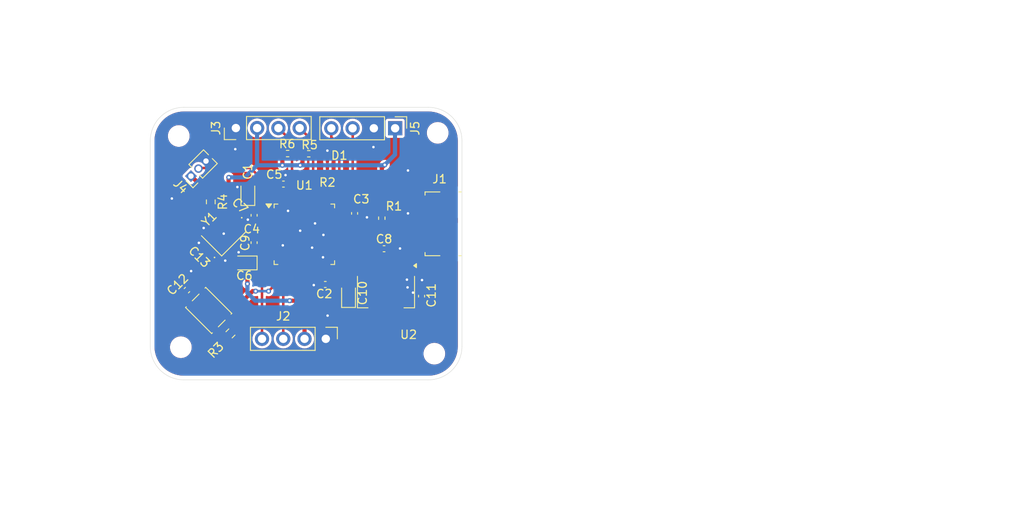
<source format=kicad_pcb>
(kicad_pcb (version 20241229) (generator "pcbnew") (generator_version "9.0")
  (layers (0 "F.Cu" signal) (4 "In1.Cu" power) (6 "In2.Cu" power) (2 "B.Cu" signal) (13 "F.Paste" user) (15 "B.Paste" user) (5 "F.SilkS" user "F.Silkscreen") (7 "B.SilkS" user "B.Silkscreen") (1 "F.Mask" user) (3 "B.Mask" user) (25 "Edge.Cuts" user))
  (net 0 "")
  (net 1 "+3.3V")
  (net 2 "GND")
  (net 3 "/OSC_IN")
  (net 4 "VBUS")
  (net 5 "/NRST")
  (net 6 "/OSC_OUT")
  (net 7 "Net-(D1-A)")
  (net 8 "/USB_MICRO-")
  (net 16 "/USB_MICRO+")
  (net 17 "/UART_TX")
  (net 18 "/UART_RX")
  (net 19 "/BOOT")
  (net 20 "Net-(U1-PB4)")
  (net 47 "/SWDIO")
  (net 48 "/SWCLK")
  (net 49 "/I2C_SCL")
  (net 50 "/I2C_SDA")
  (footprint "Resistor_SMD:R_0201_0603Metric" (layer "F.Cu") (at 70.375 67.53 -90)
    (property "Reference" "R2" (at 1.395 0 180) (layer "F.SilkS"))
    (property "Value" "220")
    (pad "1" smd roundrect (at -0.32 0 270) (size 0.46 0.4) (layers "F.Cu" "F.Mask") (net 7 "Net-(D1-A)"))
    (pad "2" smd roundrect (at 0.32 0 270) (size 0.46 0.4) (layers "F.Cu" "F.Mask") (net 20 "Net-(U1-PB4)"))
  )
  (footprint "Capacitor_SMD:C_0402_1005Metric" (layer "F.Cu") (at 53.6 81.8 -135)
    (property "Reference" "C12" (at 0.315495 1.255115 45) (layer "F.SilkS"))
    (property "Value" "100nF")
    (fp_line (start -0.107836 0.36) (end 0.107836 0.36) (stroke (width 0.12)) (layer "F.SilkS"))
    (fp_line (start -0.107836 -0.36) (end 0.107836 -0.36) (stroke (width 0.12)) (layer "F.SilkS"))
    (pad "1" smd roundrect (at -0.48 0 225) (size 0.56 0.62) (layers "F.Cu" "F.Mask" "F.Paste") (net 5 "/NRST"))
    (pad "2" smd roundrect (at 0.48 0 225) (size 0.56 0.62) (layers "F.Cu" "F.Mask" "F.Paste") (net 2 "GND"))
  )
  (footprint "MountingHole:MountingHole_2.1mm" (layer "F.Cu") (at 52.625 63.375)
    (property "Reference" "H3" (hide yes))
    (property "Value" "MountingHole")
    (pad "" np_thru_hole circle (at 0 0) (size 2.1 2.1) (drill 2.1) (layers "*.Cu" "*.Mask"))
  )
  (footprint "Diode_SMD:D_0402_1005Metric" (layer "F.Cu") (at 59.375 72.375 135)
    (property "Reference" "C7" (at 0.088388 0.866206 135) (layer "F.SilkS"))
    (property "Value" "10pF")
    (fp_circle (center -1.089999 0) (end -1.04 0) (stroke (width 0.1)) (fill no) (layer "F.SilkS"))
    (pad "1" smd roundrect (at -0.485 0 135) (size 0.59 0.64) (layers "F.Cu" "F.Mask" "F.Paste") (net 3 "/OSC_IN"))
    (pad "2" smd roundrect (at 0.485 0 135) (size 0.59 0.64) (layers "F.Cu" "F.Mask" "F.Paste") (net 2 "GND"))
  )
  (footprint "Button_Switch_SMD:SW_SPST_PTS810" (layer "F.Cu") (at 56.197614 84.232107 135)
    (property "Reference" "SW1" (hide yes))
    (property "Value" "SW_Push")
    (fp_line (start 2.199999 -1.7) (end -2.199999 -1.7) (stroke (width 0.12)) (layer "F.SilkS"))
    (fp_line (start 2.2 -1.58) (end 2.199999 -1.7) (stroke (width 0.12)) (layer "F.SilkS"))
    (fp_line (start 2.2 0.57) (end 2.2 -0.57) (stroke (width 0.12)) (layer "F.SilkS"))
    (fp_line (start 2.199999 1.7) (end 2.2 1.58) (stroke (width 0.12)) (layer "F.SilkS"))
    (fp_line (start -2.199999 -1.7) (end -2.2 -1.58) (stroke (width 0.12)) (layer "F.SilkS"))
    (fp_line (start -2.2 -0.57) (end -2.2 0.57) (stroke (width 0.12)) (layer "F.SilkS"))
    (fp_line (start -2.2 1.58) (end -2.199999 1.7) (stroke (width 0.12)) (layer "F.SilkS"))
    (fp_line (start -2.199999 1.7) (end 2.199999 1.7) (stroke (width 0.12)) (layer "F.SilkS"))
    (pad "1" smd rect (at -2.075 -1.075 135) (size 1.05 0.65) (layers "F.Cu" "F.Mask" "F.Paste") (net 2 "GND"))
    (pad "1" smd rect (at 2.075 -1.075 135) (size 1.05 0.65) (layers "F.Cu" "F.Mask" "F.Paste") (net 2 "GND"))
    (pad "2" smd rect (at -2.075 1.075 135) (size 1.05 0.65) (layers "F.Cu" "F.Mask" "F.Paste") (net 5 "/NRST"))
    (pad "2" smd rect (at 2.075 1.075 135) (size 1.05 0.65) (layers "F.Cu" "F.Mask" "F.Paste") (net 5 "/NRST"))
  )
  (footprint "Capacitor_SMD:C_0402_1005Metric" (layer "F.Cu") (at 61.625 72.855 -90)
    (property "Reference" "C4" (at 1.645 0.275 180) (layer "F.SilkS"))
    (property "Value" "100nF")
    (fp_line (start -0.107836 0.36) (end 0.107836 0.36) (stroke (width 0.12)) (layer "F.SilkS"))
    (fp_line (start -0.107836 -0.36) (end 0.107836 -0.36) (stroke (width 0.12)) (layer "F.SilkS"))
    (pad "1" smd roundrect (at -0.48 0 270) (size 0.56 0.62) (layers "F.Cu" "F.Mask" "F.Paste") (net 1 "+3.3V"))
    (pad "2" smd roundrect (at 0.48 0 270) (size 0.56 0.62) (layers "F.Cu" "F.Mask" "F.Paste") (net 2 "GND"))
  )
  (footprint "Capacitor_Tantalum_SMD:CP_EIA-1608-08_AVX-J" (layer "F.Cu") (at 60.875 70.16 90)
    (property "Reference" "C1" (at 2.535 0 90) (layer "F.SilkS"))
    (property "Value" "10uF")
    (fp_line (start 0.8 -0.825001) (end -1.52 -0.825) (stroke (width 0.12)) (layer "F.SilkS"))
    (fp_line (start -1.52 -0.825) (end -1.52 0.825) (stroke (width 0.12)) (layer "F.SilkS"))
    (fp_line (start -1.52 0.825) (end 0.8 0.825001) (stroke (width 0.12)) (layer "F.SilkS"))
    (pad "1" smd roundrect (at -0.715 0 90) (size 1.09 1.13) (layers "F.Cu" "F.Mask" "F.Paste") (roundrect_rratio 0.229358) (net 1 "+3.3V"))
    (pad "2" smd roundrect (at 0.715 0 90) (size 1.09 1.13) (layers "F.Cu" "F.Mask" "F.Paste") (roundrect_rratio 0.229358) (net 2 "GND"))
  )
  (footprint "Capacitor_SMD:C_0402_1005Metric" (layer "F.Cu") (at 70.125 81.125 180)
    (property "Reference" "C2" (at 0.125 -1.125 0) (layer "F.SilkS"))
    (property "Value" "100nF")
    (fp_line (start -0.107836 0.36) (end 0.107836 0.36) (stroke (width 0.12)) (layer "F.SilkS"))
    (fp_line (start -0.107836 -0.36) (end 0.107836 -0.36) (stroke (width 0.12)) (layer "F.SilkS"))
    (pad "1" smd roundrect (at -0.48 0 180) (size 0.56 0.62) (layers "F.Cu" "F.Mask" "F.Paste") (net 1 "+3.3V"))
    (pad "2" smd roundrect (at 0.48 0 180) (size 0.56 0.62) (layers "F.Cu" "F.Mask" "F.Paste") (net 2 "GND"))
  )
  (footprint "Resistor_SMD:R_0402_1005Metric" (layer "F.Cu") (at 68.15 65.5 180)
    (property "Reference" "R5" (at -0.1 1.05 0) (layer "F.SilkS"))
    (property "Value" "1k5")
    (fp_line (start -0.153641 0.38) (end 0.153641 0.38) (stroke (width 0.12)) (layer "F.SilkS"))
    (fp_line (start -0.153641 -0.38) (end 0.153641 -0.38) (stroke (width 0.12)) (layer "F.SilkS"))
    (pad "1" smd roundrect (at -0.509999 0 180) (size 0.54 0.64) (layers "F.Cu" "F.Mask" "F.Paste") (net 49 "/I2C_SCL"))
    (pad "2" smd roundrect (at 0.509999 0 180) (size 0.54 0.64) (layers "F.Cu" "F.Mask" "F.Paste") (net 1 "+3.3V"))
  )
  (footprint "Resistor_SMD:R_0603_1608Metric" (layer "F.Cu") (at 58.8 86.975 45)
    (property "Reference" "R3" (at -2.65165 0.176777 45) (layer "F.SilkS"))
    (property "Value" "10k")
    (fp_line (start -0.237258 -0.5225) (end 0.237258 -0.5225) (stroke (width 0.12)) (layer "F.SilkS"))
    (fp_line (start -0.237258 0.5225) (end 0.237258 0.5225) (stroke (width 0.12)) (layer "F.SilkS"))
    (pad "1" smd roundrect (at -0.825 0 45) (size 0.8 0.95) (layers "F.Cu" "F.Mask" "F.Paste") (net 1 "+3.3V"))
    (pad "2" smd roundrect (at 0.825 0 45) (size 0.8 0.95) (layers "F.Cu" "F.Mask" "F.Paste") (net 5 "/NRST"))
  )
  (footprint "Resistor_SMD:R_0603_1608Metric" (layer "F.Cu") (at 56.45 71.25 -90)
    (property "Reference" "R4" (at 0 -1.43 90) (layer "F.SilkS"))
    (property "Value" "10k")
    (fp_line (start -0.237258 0.5225) (end 0.237258 0.5225) (stroke (width 0.12)) (layer "F.SilkS"))
    (fp_line (start -0.237258 -0.5225) (end 0.237258 -0.5225) (stroke (width 0.12)) (layer "F.SilkS"))
    (pad "1" smd roundrect (at -0.825 0 270) (size 0.8 0.95) (layers "F.Cu" "F.Mask" "F.Paste") (net 1 "+3.3V"))
    (pad "2" smd roundrect (at 0.825 0 270) (size 0.8 0.95) (layers "F.Cu" "F.Mask" "F.Paste") (net 1 "+3.3V"))
  )
  (footprint "Connector_PinHeader_1.27mm:PinHeader_1x03_P1.27mm_Vertical" (layer "F.Cu") (at 54.078949 68.171051 135)
    (property "Reference" "J4" (at 0 -1.745 135) (layer "F.SilkS"))
    (property "Value" "Conn_01x03_Pin")
    (fp_line (start 1.159999 0.81) (end 1.16 3.285) (stroke (width 0.12)) (layer "F.SilkS"))
    (fp_line (start 0.666708 0.81) (end 1.159999 0.81) (stroke (width 0.12)) (layer "F.SilkS"))
    (fp_line (start -1.159999 -0.81) (end 0 -0.809999) (stroke (width 0.12)) (layer "F.SilkS"))
    (fp_line (start -1.16 0) (end -1.159999 -0.81) (stroke (width 0.12)) (layer "F.SilkS"))
    (fp_line (start -1.159999 0.81) (end -0.666708 0.81) (stroke (width 0.12)) (layer "F.SilkS"))
    (fp_line (start -1.159999 0.81) (end -1.16 3.285) (stroke (width 0.12)) (layer "F.SilkS"))
    (fp_line (start 0.317923 3.285) (end 1.16 3.285) (stroke (width 0.12)) (layer "F.SilkS"))
    (fp_line (start -1.16 3.285) (end -0.317923 3.285) (stroke (width 0.12)) (layer "F.SilkS"))
    (pad "1" thru_hole rect (at 0 0 135) (size 1 1) (drill 0.65) (layers "*.Cu" "*.Mask") (net 1 "+3.3V"))
    (pad "2" thru_hole circle (at 0 1.270001 135) (size 1 1) (drill 0.65) (layers "*.Cu" "*.Mask") (net 19 "/BOOT"))
    (pad "3" thru_hole circle (at 0 2.54 135) (size 1 1) (drill 0.65) (layers "*.Cu" "*.Mask") (net 2 "GND"))
  )
  (footprint "Capacitor_Tantalum_SMD:CP_EIA-1608-08_AVX-J" (layer "F.Cu") (at 60.46 78.55 180)
    (property "Reference" "C6" (at 0 -1.52 0) (layer "F.SilkS"))
    (property "Value" "4.7u")
    (fp_line (start 0.8 -0.825001) (end -1.52 -0.825) (stroke (width 0.12)) (layer "F.SilkS"))
    (fp_line (start -1.52 0.825) (end 0.8 0.825001) (stroke (width 0.12)) (layer "F.SilkS"))
    (fp_line (start -1.52 -0.825) (end -1.52 0.825) (stroke (width 0.12)) (layer "F.SilkS"))
    (pad "1" smd roundrect (at -0.715 0 180) (size 1.09 1.13) (layers "F.Cu" "F.Mask" "F.Paste") (roundrect_rratio 0.229358) (net 1 "+3.3V"))
    (pad "2" smd roundrect (at 0.715 0 180) (size 1.09 1.13) (layers "F.Cu" "F.Mask" "F.Paste") (roundrect_rratio 0.229358) (net 2 "GND"))
  )
  (footprint "Connector_PinHeader_2.54mm:PinHeader_1x04_P2.54mm_Vertical" (layer "F.Cu") (at 59.445001 62.425 90)
    (property "Reference" "J3" (at 0 -2.38 90) (layer "F.SilkS"))
    (property "Value" "I2C")
    (fp_line (start -1.38 -1.38) (end 0 -1.379999) (stroke (width 0.12)) (layer "F.SilkS"))
    (fp_line (start -1.379999 0) (end -1.38 -1.38) (stroke (width 0.12)) (layer "F.SilkS"))
    (fp_line (start 1.38 1.27) (end 1.379999 9) (stroke (width 0.12)) (layer "F.SilkS"))
    (fp_line (start -1.38 1.27) (end 1.38 1.27) (stroke (width 0.12)) (layer "F.SilkS"))
    (fp_line (start -1.38 1.27) (end -1.379999 9) (stroke (width 0.12)) (layer "F.SilkS"))
    (fp_line (start -1.379999 9) (end 1.379999 9) (stroke (width 0.12)) (layer "F.SilkS"))
    (pad "1" thru_hole rect (at 0 0 90) (size 1.7 1.7) (drill 1) (layers "*.Cu" "*.Mask") (net 2 "GND"))
    (pad "2" thru_hole circle (at 0 2.54 90) (size 1.7 1.7) (drill 1) (layers "*.Cu" "*.Mask") (net 1 "+3.3V"))
    (pad "3" thru_hole circle (at 0 5.079999 90) (size 1.7 1.7) (drill 1) (layers "*.Cu" "*.Mask") (net 50 "/I2C_SDA"))
    (pad "4" thru_hole circle (at 0 7.62 90) (size 1.7 1.7) (drill 1) (layers "*.Cu" "*.Mask") (net 49 "/I2C_SCL"))
  )
  (footprint "Capacitor_SMD:C_0402_1005Metric" (layer "F.Cu") (at 81.625 82.52 90)
    (property "Reference" "C11" (at 0.095 1.175 90) (layer "F.SilkS"))
    (property "Value" "100nF")
    (fp_line (start -0.107836 -0.36) (end 0.107836 -0.36) (stroke (width 0.12)) (layer "F.SilkS"))
    (fp_line (start -0.107836 0.36) (end 0.107836 0.36) (stroke (width 0.12)) (layer "F.SilkS"))
    (pad "1" smd roundrect (at -0.48 0 90) (size 0.56 0.62) (layers "F.Cu" "F.Mask" "F.Paste") (net 1 "+3.3V"))
    (pad "2" smd roundrect (at 0.48 0 90) (size 0.56 0.62) (layers "F.Cu" "F.Mask" "F.Paste") (net 2 "GND"))
  )
  (footprint "Capacitor_SMD:C_0402_1005Metric" (layer "F.Cu") (at 61.625 76.125 90)
    (property "Reference" "C9" (at -0.025 -1.075 90) (layer "F.SilkS"))
    (property "Value" "100nF")
    (fp_line (start -0.107836 -0.36) (end 0.107836 -0.36) (stroke (width 0.12)) (layer "F.SilkS"))
    (fp_line (start -0.107836 0.36) (end 0.107836 0.36) (stroke (width 0.12)) (layer "F.SilkS"))
    (pad "1" smd roundrect (at -0.48 0 90) (size 0.56 0.62) (layers "F.Cu" "F.Mask" "F.Paste") (net 1 "+3.3V"))
    (pad "2" smd roundrect (at 0.48 0 90) (size 0.56 0.62) (layers "F.Cu" "F.Mask" "F.Paste") (net 2 "GND"))
  )
  (footprint "Package_QFP:LQFP-48_7x7mm_P0.5mm" (layer "F.Cu") (at 67.625 75.125)
    (property "Reference" "U1" (at 0 -5.85 0) (layer "F.SilkS"))
    (property "Value" "STM32F103C8Tx")
    (fp_line (start -3.61 -3.61) (end -3.16 -3.61) (stroke (width 0.12)) (layer "F.SilkS"))
    (fp_line (start -3.61 -3.16) (end -3.61 -3.61) (stroke (width 0.12)) (layer "F.SilkS"))
    (fp_line (start -3.61 3.61) (end -3.61 3.16) (stroke (width 0.12)) (layer "F.SilkS"))
    (fp_line (start -3.16 3.61) (end -3.61 3.61) (stroke (width 0.12)) (layer "F.SilkS"))
    (fp_line (start 3.16 -3.61) (end 3.61 -3.61) (stroke (width 0.12)) (layer "F.SilkS"))
    (fp_line (start 3.61 -3.61) (end 3.61 -3.16) (stroke (width 0.12)) (layer "F.SilkS"))
    (fp_line (start 3.61 3.16) (end 3.61 3.61) (stroke (width 0.12)) (layer "F.SilkS"))
    (fp_line (start 3.61 3.61) (end 3.16 3.61) (stroke (width 0.12)) (layer "F.SilkS"))
    (fp_poly (pts (xy -4.25 -3.16) (xy -4.59 -3.63) (xy -3.91 -3.63)) (stroke (width 0.12)) (fill yes) (layer "F.SilkS"))
    (pad "1" smd roundrect (at -4.1625 -2.75) (size 1.475 0.3) (layers "F.Cu" "F.Mask" "F.Paste") (net 1 "+3.3V"))
    (pad "2" smd roundrect (at -4.1625 -2.25) (size 1.475 0.3) (layers "F.Cu" "F.Mask" "F.Paste"))
    (pad "3" smd roundrect (at -4.1625 -1.75) (size 1.475 0.3) (layers "F.Cu" "F.Mask" "F.Paste"))
    (pad "4" smd roundrect (at -4.1625 -1.25) (size 1.475 0.3) (layers "F.Cu" "F.Mask" "F.Paste"))
    (pad "5" smd roundrect (at -4.1625 -0.75) (size 1.475 0.3) (layers "F.Cu" "F.Mask" "F.Paste") (net 3 "/OSC_IN"))
    (pad "6" smd roundrect (at -4.1625 -0.25) (size 1.475 0.3) (layers "F.Cu" "F.Mask" "F.Paste") (net 6 "/OSC_OUT"))
    (pad "7" smd roundrect (at -4.1625 0.25) (size 1.475 0.3) (layers "F.Cu" "F.Mask" "F.Paste") (net 5 "/NRST"))
    (pad "8" smd roundrect (at -4.1625 0.75) (size 1.475 0.3) (layers "F.Cu" "F.Mask" "F.Paste") (net 2 "GND"))
    (pad "9" smd roundrect (at -4.1625 1.25) (size 1.475 0.3) (layers "F.Cu" "F.Mask" "F.Paste") (net 1 "+3.3V"))
    (pad "10" smd roundrect (at -4.1625 1.75) (size 1.475 0.3) (layers "F.Cu" "F.Mask" "F.Paste"))
    (pad "11" smd roundrect (at -4.1625 2.25) (size 1.475 0.3) (layers "F.Cu" "F.Mask" "F.Paste"))
    (pad "12" smd roundrect (at -4.1625 2.75) (size 1.475 0.3) (layers "F.Cu" "F.Mask" "F.Paste") (net 17 "/UART_TX"))
    (pad "13" smd roundrect (at -2.75 4.1625) (size 0.3 1.475) (layers "F.Cu" "F.Mask" "F.Paste") (net 18 "/UART_RX"))
    (pad "14" smd roundrect (at -2.25 4.1625) (size 0.3 1.475) (layers "F.Cu" "F.Mask" "F.Paste"))
    (pad "15" smd roundrect (at -1.75 4.1625) (size 0.3 1.475) (layers "F.Cu" "F.Mask" "F.Paste"))
    (pad "16" smd roundrect (at -1.25 4.1625) (size 0.3 1.475) (layers "F.Cu" "F.Mask" "F.Paste"))
    (pad "17" smd roundrect (at -0.75 4.1625) (size 0.3 1.475) (layers "F.Cu" "F.Mask" "F.Paste"))
    (pad "18" smd roundrect (at -0.25 4.1625) (size 0.3 1.475) (layers "F.Cu" "F.Mask" "F.Paste"))
    (pad "19" smd roundrect (at 0.25 4.1625) (size 0.3 1.475) (layers "F.Cu" "F.Mask" "F.Paste"))
    (pad "20" smd roundrect (at 0.75 4.1625) (size 0.3 1.475) (layers "F.Cu" "F.Mask" "F.Paste"))
    (pad "21" smd roundrect (at 1.25 4.1625) (size 0.3 1.475) (layers "F.Cu" "F.Mask" "F.Paste"))
    (pad "22" smd roundrect (at 1.75 4.1625) (size 0.3 1.475) (layers "F.Cu" "F.Mask" "F.Paste"))
    (pad "23" smd roundrect (at 2.25 4.1625) (size 0.3 1.475) (layers "F.Cu" "F.Mask" "F.Paste") (net 2 "GND"))
    (pad "24" smd roundrect (at 2.75 4.1625) (size 0.3 1.475) (layers "F.Cu" "F.Mask" "F.Paste") (net 1 "+3.3V"))
    (pad "25" smd roundrect (at 4.1625 2.75) (size 1.475 0.3) (layers "F.Cu" "F.Mask" "F.Paste"))
    (pad "26" smd roundrect (at 4.1625 2.25) (size 1.475 0.3) (layers "F.Cu" "F.Mask" "F.Paste"))
    (pad "27" smd roundrect (at 4.1625 1.75) (size 1.475 0.3) (layers "F.Cu" "F.Mask" "F.Paste"))
    (pad "28" smd roundrect (at 4.1625 1.25) (size 1.475 0.3) (layers "F.Cu" "F.Mask" "F.Paste"))
    (pad "29" smd roundrect (at 4.1625 0.75) (size 1.475 0.3) (layers "F.Cu" "F.Mask" "F.Paste"))
    (pad "30" smd roundrect (at 4.1625 0.25) (size 1.475 0.3) (layers "F.Cu" "F.Mask" "F.Paste"))
    (pad "31" smd roundrect (at 4.1625 -0.25) (size 1.475 0.3) (layers "F.Cu" "F.Mask" "F.Paste"))
    (pad "32" smd roundrect (at 4.1625 -0.75) (size 1.475 0.3) (layers "F.Cu" "F.Mask" "F.Paste") (net 8 "/USB_MICRO-"))
    (pad "33" smd roundrect (at 4.1625 -1.25) (size 1.475 0.3) (layers "F.Cu" "F.Mask" "F.Paste") (net 16 "/USB_MICRO+"))
    (pad "34" smd roundrect (at 4.1625 -1.75) (size 1.475 0.3) (layers "F.Cu" "F.Mask" "F.Paste") (net 47 "/SWDIO"))
    (pad "35" smd roundrect (at 4.1625 -2.25) (size 1.475 0.3) (layers "F.Cu" "F.Mask" "F.Paste") (net 2 "GND"))
    (pad "36" smd roundrect (at 4.1625 -2.75) (size 1.475 0.3) (layers "F.Cu" "F.Mask" "F.Paste") (net 1 "+3.3V"))
    (pad "37" smd roundrect (at 2.75 -4.1625) (size 0.3 1.475) (layers "F.Cu" "F.Mask" "F.Paste") (net 48 "/SWCLK"))
    (pad "38" smd roundrect (at 2.25 -4.1625) (size 0.3 1.475) (layers "F.Cu" "F.Mask" "F.Paste"))
    (pad "39" smd roundrect (at 1.75 -4.1625) (size 0.3 1.475) (layers "F.Cu" "F.Mask" "F.Paste"))
    (pad "40" smd roundrect (at 1.25 -4.1625) (size 0.3 1.475) (layers "F.Cu" "F.Mask" "F.Paste") (net 20 "Net-(U1-PB4)"))
    (pad "41" smd roundrect (at 0.75 -4.1625) (size 0.3 1.475) (layers "F.Cu" "F.Mask" "F.Paste"))
    (pad "42" smd roundrect (at 0.25 -4.1625) (size 0.3 1.475) (layers "F.Cu" "F.Mask" "F.Paste") (net 49 "/I2C_SCL"))
    (pad "43" smd roundrect (at -0.25 -4.1625) (size 0.3 1.475) (layers "F.Cu" "F.Mask" "F.Paste") (net 50 "/I2C_SDA"))
    (pad "44" smd roundrect (at -0.75 -4.1625) (size 0.3 1.475) (layers "F.Cu" "F.Mask" "F.Paste") (net 19 "/BOOT"))
    (pad "45" smd roundrect (at -1.25 -4.1625) (size 0.3 1.475) (layers "F.Cu" "F.Mask" "F.Paste"))
    (pad "46" smd roundrect (at -1.75 -4.1625) (size 0.3 1.475) (layers "F.Cu" "F.Mask" "F.Paste"))
    (pad "47" smd roundrect (at -2.25 -4.1625) (size 0.3 1.475) (layers "F.Cu" "F.Mask" "F.Paste") (net 2 "GND"))
    (pad "48" smd roundrect (at -2.75 -4.1625) (size 0.3 1.475) (layers "F.Cu" "F.Mask" "F.Paste") (net 1 "+3.3V"))
  )
  (footprint "Connector_PinHeader_2.54mm:PinHeader_1x04_P2.54mm_Vertical" (layer "F.Cu") (at 70.185 87.625 -90)
    (property "Reference" "J2" (at -2.7 5.085 180) (layer "F.SilkS"))
    (property "Value" "UART")
    (fp_line (start -1.379999 9) (end 1.379999 9) (stroke (width 0.12)) (layer "F.SilkS"))
    (fp_line (start -1.38 1.27) (end -1.379999 9) (stroke (width 0.12)) (layer "F.SilkS"))
    (fp_line (start -1.38 1.27) (end 1.38 1.27) (stroke (width 0.12)) (layer "F.SilkS"))
    (fp_line (start 1.38 1.27) (end 1.379999 9) (stroke (width 0.12)) (layer "F.SilkS"))
    (fp_line (start -1.379999 0) (end -1.38 -1.38) (stroke (width 0.12)) (layer "F.SilkS"))
    (fp_line (start -1.38 -1.38) (end 0 -1.379999) (stroke (width 0.12)) (layer "F.SilkS"))
    (pad "1" thru_hole rect (at 0 0 270) (size 1.7 1.7) (drill 1) (layers "*.Cu" "*.Mask") (net 2 "GND"))
    (pad "2" thru_hole circle (at 0 2.54 270) (size 1.7 1.7) (drill 1) (layers "*.Cu" "*.Mask") (net 1 "+3.3V"))
    (pad "3" thru_hole circle (at 0 5.079999 270) (size 1.7 1.7) (drill 1) (layers "*.Cu" "*.Mask") (net 18 "/UART_RX"))
    (pad "4" thru_hole circle (at 0 7.62 270) (size 1.7 1.7) (drill 1) (layers "*.Cu" "*.Mask") (net 17 "/UART_TX"))
  )
  (footprint "Capacitor_SMD:C_0402_1005Metric" (layer "F.Cu") (at 73.625 72.625 -90)
    (property "Reference" "C3" (at -1.7 -0.8 180) (layer "F.SilkS"))
    (property "Value" "100nF")
    (fp_line (start -0.107836 0.36) (end 0.107836 0.36) (stroke (width 0.12)) (layer "F.SilkS"))
    (fp_line (start -0.107836 -0.36) (end 0.107836 -0.36) (stroke (width 0.12)) (layer "F.SilkS"))
    (pad "1" smd roundrect (at -0.48 0 270) (size 0.56 0.62) (layers "F.Cu" "F.Mask" "F.Paste") (net 1 "+3.3V"))
    (pad "2" smd roundrect (at 0.48 0 270) (size 0.56 0.62) (layers "F.Cu" "F.Mask" "F.Paste") (net 2 "GND"))
  )
  (footprint "MountingHole:MountingHole_2.1mm" (layer "F.Cu") (at 83.15 89.4)
    (property "Reference" "H2" (hide yes))
    (property "Value" "MountingHole")
    (pad "" np_thru_hole circle (at 0 0) (size 2.1 2.1) (drill 2.1) (layers "*.Cu" "*.Mask"))
  )
  (footprint "Diode_SMD:D_0402_1005Metric" (layer "F.Cu") (at 56.125 77.125 135)
    (property "Reference" "C13" (at 0.247487 -1.237437 135) (layer "F.SilkS"))
    (property "Value" "10pF")
    (fp_circle (center -1.089999 0) (end -1.04 0) (stroke (width 0.1)) (fill no) (layer "F.SilkS"))
    (pad "1" smd roundrect (at -0.485 0 135) (size 0.59 0.64) (layers "F.Cu" "F.Mask" "F.Paste") (net 6 "/OSC_OUT"))
    (pad "2" smd roundrect (at 0.485 0 135) (size 0.59 0.64) (layers "F.Cu" "F.Mask" "F.Paste") (net 2 "GND"))
  )
  (footprint "Crystal:Crystal_SMD_3225-4Pin_3.2x2.5mm" (layer "F.Cu") (at 57.996142 75.051777 45)
    (property "Reference" "Y1" (at 0 -2.450001 45) (layer "F.SilkS"))
    (property "Value" "Crystal_GND2")
    (fp_line (start -2.06 -1.710001) (end -2.06 1.710001) (stroke (width 0.12)) (layer "F.SilkS"))
    (fp_line (start -2.06 1.710001) (end 2.06 1.710001) (stroke (width 0.12)) (layer "F.SilkS"))
    (pad "1" smd roundrect (at -1.1 0.85 45) (size 1.4 1.2) (layers "F.Cu" "F.Mask" "F.Paste") (roundrect_rratio 0.208333) (net 6 "/OSC_OUT"))
    (pad "2" smd roundrect (at 1.1 0.85 45) (size 1.4 1.2) (layers "F.Cu" "F.Mask" "F.Paste") (roundrect_rratio 0.208333) (net 2 "GND"))
    (pad "3" smd roundrect (at 1.1 -0.85 45) (size 1.4 1.2) (layers "F.Cu" "F.Mask" "F.Paste") (roundrect_rratio 0.208333) (net 3 "/OSC_IN"))
    (pad "4" smd roundrect (at -1.1 -0.85 45) (size 1.4 1.2) (layers "F.Cu" "F.Mask" "F.Paste") (roundrect_rratio 0.208333) (net 2 "GND"))
  )
  (footprint "MountingHole:MountingHole_2.1mm" (layer "F.Cu") (at 83.55 63)
    (property "Reference" "H1" (hide yes))
    (property "Value" "MountingHole")
    (pad "" np_thru_hole circle (at 0 0) (size 2.1 2.1) (drill 2.1) (layers "*.Cu" "*.Mask"))
  )
  (footprint "Package_TO_SOT_SMD:SOT-223-3_TabPin2" (layer "F.Cu") (at 77.375 82.004999 -90)
    (property "Reference" "U2" (at 5.120001 -2.7 180) (layer "F.SilkS"))
    (property "Value" "LT1117-3.3")
    (fp_line (start -1.85 3.410001) (end 1.91 3.41) (stroke (width 0.12)) (layer "F.SilkS"))
    (fp_line (start 1.91 3.41) (end 1.91 2.150001) (stroke (width 0.12)) (layer "F.SilkS"))
    (fp_line (start 1.91 -3.41) (end 1.91 -2.150001) (stroke (width 0.12)) (layer "F.SilkS"))
    (fp_line (start -1.85 -3.410001) (end 1.91 -3.41) (stroke (width 0.12)) (layer "F.SilkS"))
    (fp_poly (pts (xy -3.13 -3.31) (xy -3.37 -3.64) (xy -2.89 -3.64) (xy -3.13 -3.31)) (stroke (width 0.12)) (fill yes) (layer "F.SilkS"))
    (pad "1" smd roundrect (at -3.15 -2.3 270) (size 2 1.5) (layers "F.Cu" "F.Mask" "F.Paste") (net 2 "GND"))
    (pad "2" smd roundrect (at -3.149999 0 270) (size 2 1.5) (layers "F.Cu" "F.Mask" "F.Paste") (net 1 "+3.3V"))
    (pad "2" smd roundrect (at 3.149999 0 270) (size 2 3.8) (layers "F.Cu" "F.Mask" "F.Paste") (net 1 "+3.3V"))
    (pad "3" smd roundrect (at -3.15 2.3 270) (size 2 1.5) (layers "F.Cu" "F.Mask" "F.Paste") (net 4 "VBUS"))
  )
  (footprint "Capacitor_Tantalum_SMD:CP_EIA-1608-08_AVX-J" (layer "F.Cu") (at 72.9 82.35 90)
    (property "Reference" "C10" (at 0.2 1.675 90) (layer "F.SilkS"))
    (property "Value" "22uF")
    (fp_line (start 0.8 -0.825001) (end -1.52 -0.825) (stroke (width 0.12)) (layer "F.SilkS"))
    (fp_line (start -1.52 -0.825) (end -1.52 0.825) (stroke (width 0.12)) (layer "F.SilkS"))
    (fp_line (start -1.52 0.825) (end 0.8 0.825001) (stroke (width 0.12)) (layer "F.SilkS"))
    (pad "1" smd roundrect (at -0.715 0 90) (size 1.09 1.13) (layers "F.Cu" "F.Mask" "F.Paste") (roundrect_rratio 0.229358) (net 1 "+3.3V"))
    (pad "2" smd roundrect (at 0.715 0 90) (size 1.09 1.13) (layers "F.Cu" "F.Mask" "F.Paste") (roundrect_rratio 0.229358) (net 2 "GND"))
  )
  (footprint "Resistor_SMD:R_0402_1005Metric" (layer "F.Cu") (at 65.625 65.475)
    (property "Reference" "R6" (at -0.05 -1.15 0) (layer "F.SilkS"))
    (property "Value" "1k5")
    (fp_line (start -0.153641 -0.38) (end 0.153641 -0.38) (stroke (width 0.12)) (layer "F.SilkS"))
    (fp_line (start -0.153641 0.38) (end 0.153641 0.38) (stroke (width 0.12)) (layer "F.SilkS"))
    (pad "1" smd roundrect (at -0.509999 0) (size 0.54 0.64) (layers "F.Cu" "F.Mask" "F.Paste") (net 1 "+3.3V"))
    (pad "2" smd roundrect (at 0.509999 0) (size 0.54 0.64) (layers "F.Cu" "F.Mask" "F.Paste") (net 50 "/I2C_SDA"))
  )
  (footprint "Connector_USB:USB_Micro-B_Molex_47346-0001" (layer "F.Cu") (at 83.75 73.875 90)
    (property "Reference" "J1" (at 5.35 0.025 180) (layer "F.SilkS"))
    (property "Value" "USB_B_Micro")
    (fp_line (start 3.81 -1.71) (end 3.43 -1.71) (stroke (width 0.12)) (layer "F.SilkS"))
    (fp_line (start 3.81 -1.71) (end 3.81 0.06) (stroke (width 0.12)) (layer "F.SilkS"))
    (fp_line (start -3.81 -1.71) (end -3.43 -1.71) (stroke (width 0.12)) (layer "F.SilkS"))
    (fp_line (start -3.81 0.06) (end -3.81 -1.71) (stroke (width 0.12)) (layer "F.SilkS"))
    (fp_line (start 3.81 2.34) (end 3.81 2.6) (stroke (width 0.12)) (layer "F.SilkS"))
    (fp_line (start -3.81 2.6) (end -3.81 2.34) (stroke (width 0.12)) (layer "F.SilkS"))
    (pad "1" smd rect (at -1.3 -1.46 90) (size 0.45 1.38) (layers "F.Cu" "F.Mask" "F.Paste") (net 4 "VBUS"))
    (pad "2" smd rect (at -0.65 -1.459999 90) (size 0.45 1.38) (layers "F.Cu" "F.Mask" "F.Paste") (net 8 "/USB_MICRO-"))
    (pad "3" smd rect (at 0 -1.46 90) (size 0.45 1.38) (layers "F.Cu" "F.Mask" "F.Paste") (net 16 "/USB_MICRO+"))
    (pad "4" smd rect (at 0.65 -1.459999 90) (size 0.45 1.38) (layers "F.Cu" "F.Mask" "F.Paste"))
    (pad "5" smd rect (at 1.3 -1.46 90) (size 0.45 1.38) (layers "F.Cu" "F.Mask" "F.Paste") (net 2 "GND"))
    (pad "6" smd rect (at -3.375 1.200001 90) (size 1.65 1.3) (layers "F.Cu" "F.Mask" "F.Paste"))
    (pad "6" smd rect (at -2.4875 -1.375 90) (size 1.425 1.55) (layers "F.Cu" "F.Mask" "F.Paste"))
    (pad "6" smd rect (at -1.15 1.2 90) (size 1.8 1.9) (layers "F.Cu" "F.Mask" "F.Paste"))
    (pad "6" smd rect (at 1.55 1.200001 90) (size 1 1.9) (layers "F.Cu" "F.Mask" "F.Paste"))
    (pad "6" smd rect (at 2.4875 -1.375 90) (size 1.425 1.55) (layers "F.Cu" "F.Mask" "F.Paste"))
    (pad "6" smd rect (at 3.375 1.200001 90) (size 1.65 1.3) (layers "F.Cu" "F.Mask" "F.Paste"))
  )
  (footprint "Capacitor_SMD:C_0402_1005Metric" (layer "F.Cu") (at 65.125 69.125)
    (property "Reference" "C5" (at -1.1 -1.15 0) (layer "F.SilkS"))
    (property "Value" "100nF")
    (fp_line (start -0.107836 -0.36) (end 0.107836 -0.36) (stroke (width 0.12)) (layer "F.SilkS"))
    (fp_line (start -0.107836 0.36) (end 0.107836 0.36) (stroke (width 0.12)) (layer "F.SilkS"))
    (pad "1" smd roundrect (at -0.48 0) (size 0.56 0.62) (layers "F.Cu" "F.Mask" "F.Paste") (net 1 "+3.3V"))
    (pad "2" smd roundrect (at 0.48 0) (size 0.56 0.62) (layers "F.Cu" "F.Mask" "F.Paste") (net 2 "GND"))
  )
  (footprint "LED_SMD:LED_0201_0603Metric" (layer "F.Cu") (at 70.375 66.03 -90)
    (property "Reference" "D1" (at -0.33 -1.425 180) (layer "F.SilkS"))
    (property "Value" "Blue_LED")
    (fp_circle (center -0.86 0) (end -0.809999 0) (stroke (width 0.1)) (fill no) (layer "F.SilkS"))
    (pad "1" smd roundrect (at -0.32 0 270) (size 0.46 0.4) (layers "F.Cu" "F.Mask") (net 2 "GND"))
    (pad "2" smd roundrect (at 0.32 0 270) (size 0.46 0.4) (layers "F.Cu" "F.Mask") (net 7 "Net-(D1-A)"))
  )
  (footprint "Connector_PinHeader_2.54mm:PinHeader_1x04_P2.54mm_Vertical" (layer "F.Cu") (at 78.465 62.45 -90)
    (property "Reference" "J5" (at 0 -2.38 90) (layer "F.SilkS"))
    (property "Value" "Conn_01x04_Pin")
    (fp_line (start -1.379999 9) (end 1.379999 9) (stroke (width 0.12)) (layer "F.SilkS"))
    (fp_line (start -1.38 1.27) (end -1.379999 9) (stroke (width 0.12)) (layer "F.SilkS"))
    (fp_line (start -1.38 1.27) (end 1.38 1.27) (stroke (width 0.12)) (layer "F.SilkS"))
    (fp_line (start 1.38 1.27) (end 1.379999 9) (stroke (width 0.12)) (layer "F.SilkS"))
    (fp_line (start -1.379999 0) (end -1.38 -1.38) (stroke (width 0.12)) (layer "F.SilkS"))
    (fp_line (start -1.38 -1.38) (end 0 -1.379999) (stroke (width 0.12)) (layer "F.SilkS"))
    (pad "1" thru_hole rect (at 0 0 270) (size 1.7 1.7) (drill 1) (layers "*.Cu" "*.Mask") (net 1 "+3.3V"))
    (pad "2" thru_hole circle (at 0 2.54 270) (size 1.7 1.7) (drill 1) (layers "*.Cu" "*.Mask") (net 2 "GND"))
    (pad "3" thru_hole circle (at 0 5.079999 270) (size 1.7 1.7) (drill 1) (layers "*.Cu" "*.Mask") (net 47 "/SWDIO"))
    (pad "4" thru_hole circle (at 0 7.62 270) (size 1.7 1.7) (drill 1) (layers "*.Cu" "*.Mask") (net 48 "/SWCLK"))
  )
  (footprint "MountingHole:MountingHole_2.1mm" (layer "F.Cu") (at 52.875 88.625)
    (property "Reference" "H4" (hide yes))
    (property "Value" "MountingHole")
    (pad "" np_thru_hole circle (at 0 0) (size 2.1 2.1) (drill 2.1) (layers "*.Cu" "*.Mask"))
  )
  (footprint "Resistor_SMD:R_0402_1005Metric" (layer "F.Cu") (at 76.875 73.2 -90)
    (property "Reference" "R1" (at -1.425 -1.45 180) (layer "F.SilkS"))
    (property "Value" "1k5")
    (fp_line (start -0.153641 0.38) (end 0.153641 0.38) (stroke (width 0.12)) (layer "F.SilkS"))
    (fp_line (start -0.153641 -0.38) (end 0.153641 -0.38) (stroke (width 0.12)) (layer "F.SilkS"))
    (pad "1" smd roundrect (at -0.509999 0 270) (size 0.54 0.64) (layers "F.Cu" "F.Mask" "F.Paste") (net 1 "+3.3V"))
    (pad "2" smd roundrect (at 0.509999 0 270) (size 0.54 0.64) (layers "F.Cu" "F.Mask" "F.Paste") (net 16 "/USB_MICRO+"))
  )
  (footprint "Capacitor_SMD:C_0402_1005Metric" (layer "F.Cu") (at 77.145 76.855)
    (property "Reference" "C8" (at 0 -1.16 0) (layer "F.SilkS"))
    (property "Value" "100nF")
    (fp_line (start -0.107836 -0.36) (end 0.107836 -0.36) (stroke (width 0.12)) (layer "F.SilkS"))
    (fp_line (start -0.107836 0.36) (end 0.107836 0.36) (stroke (width 0.12)) (layer "F.SilkS"))
    (pad "1" smd roundrect (at -0.48 0) (size 0.56 0.62) (layers "F.Cu" "F.Mask" "F.Paste") (net 4 "VBUS"))
    (pad "2" smd roundrect (at 0.48 0) (size 0.56 0.62) (layers "F.Cu" "F.Mask" "F.Paste") (net 2 "GND"))
  )
  (gr_arc (start 49.225 63.95) (mid 50.396573 61.121573) (end 53.225 59.95) (stroke (width 0.05)) (layer "Edge.Cuts"))
  (gr_arc (start 82.45 59.95) (mid 85.278427 61.121573) (end 86.45 63.95) (stroke (width 0.05)) (layer "Edge.Cuts"))
  (gr_line (start 49.225 88.525) (end 49.225 63.95) (stroke (width 0.05)) (layer "Edge.Cuts"))
  (gr_line (start 86.45 63.95) (end 86.45 88.525) (stroke (width 0.05)) (layer "Edge.Cuts"))
  (gr_arc (start 86.45 88.525) (mid 85.278427 91.353427) (end 82.45 92.525) (stroke (width 0.05)) (layer "Edge.Cuts"))
  (gr_arc (start 53.225 92.525) (mid 50.396573 91.353427) (end 49.225 88.525) (stroke (width 0.05)) (layer "Edge.Cuts"))
  (gr_line (start 53.225 59.95) (end 82.45 59.95) (stroke (width 0.05)) (layer "Edge.Cuts"))
  (gr_line (start 82.45 92.525) (end 53.225 92.525) (stroke (width 0.05)) (layer "Edge.Cuts"))
  (segment (start 65.000001 65.59) (end 65.115001 65.475) (width 0.5) (layer "F.Cu") (net 1))
  (segment (start 70.605 80.395) (end 70.605 81.125) (width 0.3) (layer "F.Cu") (net 1))
  (segment (start 61.575 77.45) (end 61.575 76.655) (width 0.5) (layer "F.Cu") (net 1))
  (segment (start 61.625 71.625) (end 60.875 70.875) (width 0.5) (layer "F.Cu") (net 1))
  (segment (start 61.625 72.375) (end 61.625 71.625) (width 0.5) (layer "F.Cu") (net 1))
  (segment (start 72.625 72.375) (end 72.875 72.125) (width 0.3) (layer "F.Cu") (net 1))
  (segment (start 71.365 83.065) (end 69.135 83.065) (width 0.5) (layer "F.Cu") (net 1))
  (segment (start 54.025 74.65) (end 56.6 72.075) (width 0.5) (layer "F.Cu") (net 1))
  (segment (start 64.875 70.125) (end 64.625 69.875) (width 0.3) (layer "F.Cu") (net 1))
  (segment (start 71.365 83.065) (end 70.575 82.275) (width 0.5) (layer "F.Cu") (net 1))
  (segment (start 58.216637 87.891637) (end 61.125 90.8) (width 0.5) (layer "F.Cu") (net 1))
  (segment (start 54.025 77.35) (end 54.025 74.65) (width 0.5) (layer "F.Cu") (net 1))
  (segment (start 62.125 76.625) (end 62.105 76.605) (width 0.3) (layer "F.Cu") (net 1))
  (segment (start 81.625 83) (end 79.470002 85.154998) (width 0.5) (layer "F.Cu") (net 1))
  (segment (start 56.5 70.55) (end 54.121051 68.171051) (width 0.5) (layer "F.Cu") (net 1))
  (segment (start 67.400001 66.6) (end 67.400001 65.74) (width 0.5) (layer "F.Cu") (net 1))
  (segment (start 60.8 80.175) (end 61.175 79.8) (width 0.5) (layer "F.Cu") (net 1))
  (segment (start 60.825 81.05) (end 60.825 80.2) (width 0.5) (layer "F.Cu") (net 1))
  (segment (start 56.45 72.075) (end 56.75 72.075) (width 0.5) (layer "F.Cu") (net 1))
  (segment (start 58.216637 87.558363) (end 58.216637 87.891637) (width 0.5) (layer "F.Cu") (net 1))
  (segment (start 76.875 67.175) (end 76.875 72.615001) (width 0.5) (layer "F.Cu") (net 1))
  (segment (start 63.4625 76.375) (end 62.375 76.375) (width 0.3) (layer "F.Cu") (net 1))
  (segment (start 72.875 72.125) (end 72.895 72.145) (width 0.3) (layer "F.Cu") (net 1))
  (segment (start 79.470002 85.154998) (end 77.375 85.154998) (width 0.5) (layer "F.Cu") (net 1))
  (segment (start 72.9 83.065) (end 72.9 89.9) (width 0.5) (layer "F.Cu") (net 1))
  (segment (start 70.625 80.375) (end 70.605 80.395) (width 0.3) (layer "F.Cu") (net 1))
  (segment (start 67.645 84.555) (end 67.645 87.625) (width 0.5) (layer "F.Cu") (net 1))
  (segment (start 62.105 76.605) (end 61.625 76.605) (width 0.3) (layer "F.Cu") (net 1))
  (segment (start 70.375 80.125) (end 70.625 80.375) (width 0.3) (layer "F.Cu") (net 1))
  (segment (start 64.645 69.855) (end 64.645 69.125) (width 0.3) (layer "F.Cu") (net 1))
  (segment (start 67.400001 65.74) (end 67.640001 65.5) (width 0.5) (layer "F.Cu") (net 1))
  (segment (start 72.9 83.065) (end 71.365 83.065) (width 0.5) (layer "F.Cu") (net 1))
  (segment (start 74.989998 85.154998) (end 72.9 83.065) (width 1) (layer "F.Cu") (net 1))
  (segment (start 71.7875 72.375) (end 72.625 72.375) (width 0.3) (layer "F.Cu") (net 1))
  (segment (start 54.078949 68.178949) (end 54.078949 68.171051) (width 0.5) (layer "F.Cu") (net 1))
  (segment (start 67.125001 66.875) (end 67.400001 66.6) (width 0.5) (layer "F.Cu") (net 1))
  (segment (start 70.605 82.245) (end 70.605 81.125) (width 0.5) (layer "F.Cu") (net 1))
  (segment (start 64.625 69.875) (end 64.645 69.855) (width 0.3) (layer "F.Cu") (net 1))
  (segment (start 55.875 79.2) (end 54.025 77.35) (width 0.5) (layer "F.Cu") (net 1))
  (segment (start 77.375 78.855) (end 77.375 85.154998) (width 1.6) (layer "F.Cu") (net 1))
  (segment (start 60.825 80.2) (end 60.8 80.175) (width 0.5) (layer "F.Cu") (net 1))
  (segment (start 57.65 79.2) (end 55.875 79.2) (width 0.5) (layer "F.Cu") (net 1))
  (segment (start 61.175 79.8) (end 61.175 78.55) (width 0.5) (layer "F.Cu") (net 1))
  (segment (start 72.9 89.9) (end 72 90.8) (width 0.5) (layer "F.Cu") (net 1))
  (segment (start 62.375 76.375) (end 62.125 76.625) (width 0.3) (layer "F.Cu") (net 1))
  (segment (start 61.575 76.655) (end 61.625 76.605) (width 0.5) (layer "F.Cu") (net 1))
  (segment (start 58.575 70.25) (end 58.575 68.35) (width 0.5) (layer "F.Cu") (net 1))
  (segment (start 61.175 78.55) (end 61.175 77.85) (width 0.5) (layer "F.Cu") (net 1))
  (segment (start 58.65 80.2) (end 57.65 79.2) (width 0.5) (layer "F.Cu") (net 1))
  (segment (start 70.575 82.275) (end 70.605 82.245) (width 0.5) (layer "F.Cu") (net 1))
  (segment (start 65.000001 66.875) (end 65.000001 65.59) (width 0.5) (layer "F.Cu") (net 1))
  (segment (start 56.75 72.075) (end 58.575 70.25) (width 0.5) (layer "F.Cu") (net 1))
  (segment (start 60.825 80.2) (end 58.65 80.2) (width 0.5) (layer "F.Cu") (net 1))
  (segment (start 54.121051 68.171051) (end 54.078949 68.171051) (width 0.5) (layer "F.Cu") (net 1))
  (segment (start 61.175 77.85) (end 61.575 77.45) (width 0.5) (layer "F.Cu") (net 1))
  (segment (start 72 90.8) (end 61.125 90.8) (width 0.5) (layer "F.Cu") (net 1))
  (segment (start 60.75 70.75) (end 60.875 70.875) (width 0.5) (layer "F.Cu") (net 1))
  (segment (start 77.225 66.825) (end 76.875 67.175) (width 0.5) (layer "F.Cu") (net 1))
  (segment (start 65.865 83.065) (end 72.9 83.065) (width 0.5) (layer "F.Cu") (net 1))
  (segment (start 59.075 70.75) (end 60.75 70.75) (width 0.5) (layer "F.Cu") (net 1))
  (segment (start 58.575 68.35) (end 58.6 68.325) (width 0.5) (layer "F.Cu") (net 1))
  (segment (start 58.575 70.25) (end 59.075 70.75) (width 0.5) (layer "F.Cu") (net 1))
  (segment (start 69.135 83.065) (end 67.645 84.555) (width 0.5) (layer "F.Cu") (net 1))
  (segment (start 70.375 79.2875) (end 70.375 80.125) (width 0.3) (layer "F.Cu") (net 1))
  (segment (start 72.895 72.145) (end 73.625 72.145) (width 0.3) (layer "F.Cu") (net 1))
  (segment (start 63.4625 72.375) (end 61.625 72.375) (width 0.3) (layer "F.Cu") (net 1))
  (segment (start 64.875 70.9625) (end 64.875 70.125) (width 0.3) (layer "F.Cu") (net 1))
  (segment (start 77.375 85.154998) (end 74.989998 85.154998) (width 1) (layer "F.Cu") (net 1))
  (via (at 58.6 68.325) (size 0.6) (drill 0.3) (layers "F.Cu" "B.Cu") (net 1))
  (via (at 65.000001 66.875) (size 0.6) (drill 0.3) (layers "F.Cu" "B.Cu") (net 1))
  (via (at 67.125001 66.875) (size 0.6) (drill 0.3) (layers "F.Cu" "B.Cu") (net 1))
  (via (at 77.225 66.825) (size 0.6) (drill 0.3) (layers "F.Cu" "B.Cu") (net 1))
  (via (at 65.865 83.065) (size 0.6) (drill 0.3) (layers "F.Cu" "B.Cu") (net 1))
  (via (at 60.825 81.05) (size 0.6) (drill 0.3) (layers "F.Cu" "B.Cu") (net 1))
  (segment (start 60.525 68.325) (end 61.975 66.875) (width 0.5) (layer "B.Cu") (net 1))
  (segment (start 77.175 66.875) (end 77.225 66.825) (width 0.5) (layer "B.Cu") (net 1))
  (segment (start 77.225 66.825) (end 78.45 65.6) (width 0.5) (layer "B.Cu") (net 1))
  (segment (start 61.975 66.875) (end 77.175 66.875) (width 0.5) (layer "B.Cu") (net 1))
  (segment (start 61.975 66.875) (end 61.975 62.435001) (width 0.5) (layer "B.Cu") (net 1))
  (segment (start 58.6 68.325) (end 60.525 68.325) (width 0.5) (layer "B.Cu") (net 1))
  (segment (start 60.825 82.125) (end 60.825 81.05) (width 0.5) (layer "B.Cu") (net 1))
  (segment (start 65.865 83.065) (end 61.765 83.065) (width 0.5) (layer "B.Cu") (net 1))
  (segment (start 67.150001 66.85) (end 67.125001 66.875) (width 0.5) (layer "B.Cu") (net 1))
  (segment (start 61.765 83.065) (end 60.825 82.125) (width 0.5) (layer "B.Cu") (net 1))
  (segment (start 61.975 62.435001) (end 61.985001 62.425) (width 0.5) (layer "B.Cu") (net 1))
  (segment (start 78.45 65.6) (end 78.45 62.465) (width 0.5) (layer "B.Cu") (net 1))
  (segment (start 78.45 62.465) (end 78.465 62.45) (width 0.5) (layer "B.Cu") (net 1))
  (segment (start 65.675 72.325) (end 65.375 72.025) (width 0.3) (layer "F.Cu") (net 2))
  (segment (start 60.875 73.375) (end 60.915 73.335) (width 0.5) (layer "F.Cu") (net 2))
  (segment (start 62.125 75.625) (end 62.105 75.645) (width 0.3) (layer "F.Cu") (net 2))
  (segment (start 70.375 65.71) (end 70.375 65.125) (width 0.3) (layer "F.Cu") (net 2))
  (segment (start 69.875 77.9) (end 69.85 77.875) (width 0.3) (layer "F.Cu") (net 2))
  (segment (start 62.105 75.645) (end 61.625 75.645) (width 0.3) (layer "F.Cu") (net 2))
  (segment (start 62.375 75.875) (end 62.125 75.625) (width 0.3) (layer "F.Cu") (net 2))
  (segment (start 63.4625 75.875) (end 62.375 75.875) (width 0.3) (layer "F.Cu") (net 2))
  (segment (start 63.4625 75.875) (end 64.475 75.875) (width 0.3) (layer "F.Cu") (net 2))
  (segment (start 69.855 79.4025) (end 69.855 80.24) (width 0.3) (layer "F.Cu") (net 2))
  (segment (start 69.855 80.24) (end 69.605 80.49) (width 0.3) (layer "F.Cu") (net 2))
  (segment (start 69.625 80.51) (end 69.625 81.24) (width 0.3) (layer "F.Cu") (net 2))
  (segment (start 65.375 72.025) (end 65.375 70.9625) (width 0.3) (layer "F.Cu") (net 2))
  (segment (start 60.915 73.335) (end 61.625 73.335) (width 0.5) (layer "F.Cu") (net 2))
  (segment (start 71.7875 72.875) (end 72.625 72.875) (width 0.3) (layer "F.Cu") (net 2))
  (segment (start 69.875 79.2875) (end 69.875 77.9) (width 0.3) (layer "F.Cu") (net 2))
  (segment (start 72.625 72.875) (end 72.875 73.125) (width 0.3) (layer "F.Cu") (net 2))
  (segment (start 72.875 73.125) (end 73.605 73.125) (width 0.3) (layer "F.Cu") (net 2))
  (segment (start 73.605 73.125) (end 73.625 73.105) (width 0.3) (layer "F.Cu") (net 2))
  (segment (start 64.475 75.875) (end 65.05 76.45) (width 0.3) (layer "F.Cu") (net 2))
  (segment (start 65.375 70.12188) (end 65.605 69.89188) (width 0.3) (layer "F.Cu") (net 2))
  (segment (start 65.605 69.89188) (end 65.605 69.125) (width 0.3) (layer "F.Cu") (net 2))
  (segment (start 65.375 70.9625) (end 65.375 70.12188) (width 0.3) (layer "F.Cu") (net 2))
  (via (at 79.95 81.475) (size 0.6) (drill 0.3) (layers "F.Cu" "B.Cu") (net 2))
  (via (at 65.375 68.05) (size 0.6) (drill 0.3) (layers "F.Cu" "B.Cu") (net 2))
  (via (at 70.375 65.125) (size 0.6) (drill 0.3) (layers "F.Cu" "B.Cu") (net 2))
  (via (at 65.05 76.45) (size 0.6) (drill 0.3) (layers "F.Cu" "B.Cu") (net 2))
  (via (at 58.175 78.275) (size 0.6) (drill 0.3) (layers "F.Cu" "B.Cu") (net 2))
  (via (at 75.1 73.1) (size 0.6) (drill 0.3) (layers "F.Cu" "B.Cu") (net 2))
  (via (at 59.775 77.275) (size 0.6) (drill 0.3) (layers "F.Cu" "B.Cu") (net 2))
  (via (at 67.125 74.7) (size 0.6) (drill 0.3) (layers "F.Cu" "B.Cu") (net 2))
  (via (at 80.6 82.1) (size 0.6) (drill 0.3) (layers "F.Cu" "B.Cu") (net 2))
  (via (at 55.025 76.15) (size 0.6) (drill 0.3) (layers "F.Cu" "B.Cu") (net 2))
  (via (at 79.875 80.55) (size 0.6) (drill 0.3) (layers "F.Cu" "B.Cu") (net 2))
  (via (at 59.375 64.95) (size 0.6) (drill 0.3) (layers "F.Cu" "B.Cu") (net 2))
  (via (at 51.8 70.85) (size 0.6) (drill 0.3) (layers "F.Cu" "B.Cu") (net 2))
  (via (at 79.05 76.825) (size 0.6) (drill 0.3) (layers "F.Cu" "B.Cu") (net 2))
  (via (at 69.85 77.875) (size 0.6) (drill 0.3) (layers "F.Cu" "B.Cu") (net 2))
  (via (at 65.675 72.325) (size 0.6) (drill 0.3) (layers "F.Cu" "B.Cu") (net 2))
  (via (at 60.875 73.375) (size 0.6) (drill 0.3) (layers "F.Cu" "B.Cu") (net 2))
  (via (at 68.9 73.825) (size 0.6) (drill 0.3) (layers "F.Cu" "B.Cu") (net 2))
  (via (at 54.1 79.525) (size 0.6) (drill 0.3) (layers "F.Cu" "B.Cu") (net 2))
  (via (at 59.625 69.475) (size 0.6) (drill 0.3) (layers "F.Cu" "B.Cu") (net 2))
  (via (at 68.75 81.2) (size 0.6) (drill 0.3) (layers "F.Cu" "B.Cu") (net 2))
  (via (at 75.875 64.7) (size 0.6) (drill 0.3) (layers "F.Cu" "B.Cu") (net 2))
  (via (at 55.6 74.375) (size 0.6) (drill 0.3) (layers "F.Cu" "B.Cu") (net 2))
  (via (at 80 67.5) (size 0.6) (drill 0.3) (layers "F.Cu" "B.Cu") (net 2))
  (via (at 80 72.625) (size 0.6) (drill 0.3) (layers "F.Cu" "B.Cu") (net 2))
  (via (at 70.4 84.85) (size 0.6) (drill 0.3) (layers "F.Cu" "B.Cu") (net 2))
  (via (at 81.675 80.6) (size 0.6) (drill 0.3) (layers "F.Cu" "B.Cu") (net 2))
  (via (at 68.55 76.725) (size 0.6) (drill 0.3) (layers "F.Cu" "B.Cu") (net 2))
  (via (at 69.9 75.2) (size 0.6) (drill 0.3) (layers "F.Cu" "B.Cu") (net 2))
  (via (at 57.996142 75.051777) (size 0.6) (drill 0.3) (layers "F.Cu" "B.Cu") (net 2))
  (segment (start 58.762975 73.672919) (end 58.172919 73.672919) (width 0.3) (layer "F.Cu") (net 3))
  (segment (start 59.659259 73.672919) (end 58.172919 73.672919) (width 0.3) (layer "F.Cu") (net 3))
  (segment (start 63.4625 74.375) (end 60.36134 74.375) (width 0.3) (layer "F.Cu") (net 3))
  (segment (start 60.36134 74.375) (end 59.659259 73.672919) (width 0.3) (layer "F.Cu") (net 3))
  (segment (start 59.717947 72.717947) (end 58.762975 73.672919) (width 0.3) (layer "F.Cu") (net 3))
  (segment (start 76.665 76.855) (end 76.675 76.845) (width 0.5) (layer "F.Cu") (net 4))
  (segment (start 82.215 75.25) (end 82.29 75.175) (width 0.3) (layer "F.Cu") (net 4))
  (segment (start 61.8 81.925) (end 61.439214 81.925) (width 0.5) (layer "F.Cu") (net 5))
  (segment (start 58.425 84.939214) (end 54.946375 81.460589) (width 0.5) (layer "F.Cu") (net 5))
  (segment (start 58.425 85.433274) (end 59.383363 86.391637) (width 0.5) (layer "F.Cu") (net 5))
  (segment (start 65.575 75.375) (end 63.4625 75.375) (width 0.3) (layer "F.Cu") (net 5))
  (segment (start 61.439214 81.925) (end 58.425 84.939214) (width 0.5) (layer "F.Cu") (net 5))
  (segment (start 64.025 78.725) (end 66 76.75) (width 0.3) (layer "F.Cu") (net 5))
  (segment (start 64.025 81.25) (end 64.025 78.725) (width 0.3) (layer "F.Cu") (net 5))
  (segment (start 66 75.8) (end 65.575 75.375) (width 0.3) (layer "F.Cu") (net 5))
  (segment (start 63.35 81.925) (end 64.025 81.25) (width 0.3) (layer "F.Cu") (net 5))
  (segment (start 58.425 84.939214) (end 58.425 85.433274) (width 0.5) (layer "F.Cu") (net 5))
  (segment (start 54.946375 81.460589) (end 53.939411 81.460589) (width 0.5) (layer "F.Cu") (net 5))
  (segment (start 61.8 81.975) (end 61.8 81.925) (width 0.3) (layer "F.Cu") (net 5))
  (segment (start 66 76.75) (end 66 75.8) (width 0.3) (layer "F.Cu") (net 5))
  (via (at 61.8 81.925) (size 0.6) (drill 0.3) (layers "F.Cu" "B.Cu") (net 5))
  (via (at 63.35 81.925) (size 0.6) (drill 0.3) (layers "F.Cu" "B.Cu") (net 5))
  (segment (start 61.8 81.925) (end 63.35 81.925) (width 0.3) (layer "B.Cu") (net 5))
  (segment (start 63.4625 74.875) (end 61.13087 74.875) (width 0.3) (layer "F.Cu") (net 6))
  (segment (start 56.782053 77.467947) (end 57.819365 76.430635) (width 0.3) (layer "F.Cu") (net 6))
  (segment (start 59.575235 76.430635) (end 57.819365 76.430635) (width 0.3) (layer "F.Cu") (net 6))
  (segment (start 61.13087 74.875) (end 59.575235 76.430635) (width 0.3) (layer "F.Cu") (net 6))
  (segment (start 56.467947 77.467947) (end 56.782053 77.467947) (width 0.3) (layer "F.Cu") (net 6))
  (segment (start 70.375 67.21) (end 70.375 66.35) (width 0.3) (layer "F.Cu") (net 7))
  (segment (start 81.299 74.325001) (end 71.837499 74.325001) (width 0.2) (layer "F.Cu") (net 8))
  (segment (start 71.837499 74.325001) (end 71.7875 74.375) (width 0.2) (layer "F.Cu") (net 8))
  (segment (start 82.290001 74.525) (end 82.166001 74.401) (width 0.2) (layer "F.Cu") (net 8))
  (segment (start 82.166001 74.401) (end 81.299 74.401) (width 0.2) (layer "F.Cu") (net 8))
  (segment (start 81.299 74.401) (end 81.299 74.325001) (width 0.2) (layer "F.Cu") (net 8))
  (segment (start 82.29 73.875) (end 71.7875 73.875) (width 0.2) (layer "F.Cu") (net 16))
  (segment (start 62.565 87.625) (end 62.565 80.985) (width 0.3) (layer "F.Cu") (net 17))
  (segment (start 63.4625 80.0875) (end 63.4625 77.875) (width 0.3) (layer "F.Cu") (net 17))
  (segment (start 62.565 80.985) (end 63.4625 80.0875) (width 0.3) (layer "F.Cu") (net 17))
  (segment (start 64.8 79.3625) (end 64.875 79.2875) (width 0.3) (layer "F.Cu") (net 18))
  (segment (start 65.105001 87.625) (end 65.105001 81.055001) (width 0.3) (layer "F.Cu") (net 18))
  (segment (start 64.8 80.75) (end 64.8 79.3625) (width 0.3) (layer "F.Cu") (net 18))
  (segment (start 65.105001 81.055001) (end 64.8 80.75) (width 0.3) (layer "F.Cu") (net 18))
  (segment (start 64.625 72.575) (end 65.375 73.325) (width 0.3) (layer "F.Cu") (net 19))
  (segment (start 62.85 68.85) (end 62.85 70.375) (width 0.3) (layer "F.Cu") (net 19))
  (segment (start 64.625 72.15) (end 64.625 72.575) (width 0.3) (layer "F.Cu") (net 19))
  (segment (start 66.875 72.35) (end 66.875 70.9625) (width 0.3) (layer "F.Cu") (net 19))
  (segment (start 54.976975 67.273025) (end 55.05 67.2) (width 0.3) (layer "F.Cu") (net 19))
  (segment (start 65.375 73.325) (end 65.9 73.325) (width 0.3) (layer "F.Cu") (net 19))
  (segment (start 65.9 73.325) (end 66.875 72.35) (width 0.3) (layer "F.Cu") (net 19))
  (segment (start 62.85 70.375) (end 64.625 72.15) (width 0.3) (layer "F.Cu") (net 19))
  (segment (start 61.2 67.2) (end 62.85 68.85) (width 0.3) (layer "F.Cu") (net 19))
  (segment (start 55.05 67.2) (end 61.2 67.2) (width 0.3) (layer "F.Cu") (net 19))
  (segment (start 70.375 68.375) (end 70.375 67.85) (width 0.3) (layer "F.Cu") (net 20))
  (segment (start 68.875 69.875) (end 70.375 68.375) (width 0.3) (layer "F.Cu") (net 20))
  (segment (start 68.875 70.9625) (end 68.875 69.875) (width 0.3) (layer "F.Cu") (net 20))
  (segment (start 71.7875 73.375) (end 70.65 73.375) (width 0.3) (layer "F.Cu") (net 47))
  (segment (start 73.4 69.375) (end 73.4 62.464999) (width 0.3) (layer "F.Cu") (net 47))
  (segment (start 70.375 73.1) (end 70.375 72.4) (width 0.3) (layer "F.Cu") (net 47))
  (segment (start 70.65 73.375) (end 70.375 73.1) (width 0.3) (layer "F.Cu") (net 47))
  (segment (start 70.375 72.4) (end 73.4 69.375) (width 0.3) (layer "F.Cu") (net 47))
  (segment (start 73.4 62.464999) (end 73.385001 62.45) (width 0.3) (layer "F.Cu") (net 47))
  (segment (start 71.8 64.475) (end 70.845 63.52) (width 0.3) (layer "F.Cu") (net 48))
  (segment (start 71.8 69.55) (end 71.8 64.475) (width 0.3) (layer "F.Cu") (net 48))
  (segment (start 70.375 70.9625) (end 70.3875 70.9625) (width 0.3) (layer "F.Cu") (net 48))
  (segment (start 70.845 63.52) (end 70.845 62.45) (width 0.3) (layer "F.Cu") (net 48))
  (segment (start 70.3875 70.9625) (end 71.8 69.55) (width 0.3) (layer "F.Cu") (net 48))
  (segment (start 68.675 64.034999) (end 67.065001 62.425) (width 0.3) (layer "F.Cu") (net 49))
  (segment (start 68.2 69.725) (end 68.2 68.25) (width 0.3) (layer "F.Cu") (net 49))
  (segment (start 68.675 67.775) (end 68.675 64.034999) (width 0.3) (layer "F.Cu") (net 49))
  (segment (start 67.875 70.9625) (end 67.875 70.05) (width 0.3) (layer "F.Cu") (net 49))
  (segment (start 67.875 70.05) (end 68.2 69.725) (width 0.3) (layer "F.Cu") (net 49))
  (segment (start 68.2 68.25) (end 68.675 67.775) (width 0.3) (layer "F.Cu") (net 49))
  (segment (start 66.95 69.675) (end 66.95 68.35) (width 0.3) (layer "F.Cu") (net 50))
  (segment (start 66.95 68.35) (end 67 68.3) (width 0.3) (layer "F.Cu") (net 50))
  (segment (start 67.375 70.9625) (end 67.375 70.1) (width 0.3) (layer "F.Cu") (net 50))
  (segment (start 67 68.3) (end 66.225 67.525) (width 0.3) (layer "F.Cu") (net 50))
  (segment (start 66.15 64.05) (end 64.525 62.425) (width 0.3) (layer "F.Cu") (net 50))
  (segment (start 66.225 67.525) (end 66.15 67.525) (width 0.3) (layer "F.Cu") (net 50))
  (segment (start 66.15 67.525) (end 66.15 64.05) (width 0.3) (layer "F.Cu") (net 50))
  (segment (start 67.375 70.1) (end 66.95 69.675) (width 0.3) (layer "F.Cu") (net 50))
  (zone (net 0) (net_name "") (layer "F.Cu") (connect_pads yes (clearance 0)) (min_thickness 0.2)
    (keepout (tracks not_allowed) (vias not_allowed) (pads not_allowed) (copperpour not_allowed) (footprints allowed))
    (fill (thermal_gap 0.5) (thermal_bridge_width 0.5) (island_removal_mode 1) (island_area_min 10))
    (polygon (pts (xy 63 80.975) (xy 63.5 80.625) (xy 63.8 80.975) (xy 63.025 81.55) (xy 62.775 81.1)))
  )
  (zone (net 1) (net_name "+3.3V") (layer "F.Cu") (priority 2) (connect_pads yes (clearance 0.2)) (min_thickness 0.025) (fill yes (thermal_gap 0.5) (thermal_bridge_width 0.5))
    (polygon (pts (xy 76.575001 80.05) (xy 76.425001 80.225) (xy 75.825001 80.825) (xy 75.875001 83.725) (xy 76.325001 85.95) (xy 78.650001 86) (xy 78.950001 83.675) (xy 79.000001 80.725) (xy 78.250001 79.75) (xy 78.125001 77.825) (xy 76.575001 77.85)))
  )
  (zone (net 0) (net_name "") (layer "F.Cu") (connect_pads yes (clearance 0)) (min_thickness 0.2)
    (keepout (tracks not_allowed) (vias not_allowed) (pads not_allowed) (copperpour not_allowed) (footprints allowed))
    (fill (thermal_gap 0.5) (thermal_bridge_width 0.5) (island_removal_mode 1) (island_area_min 10))
    (polygon (pts (xy 62.25 76.9) (xy 61.85 77.8) (xy 61.925 78.875) (xy 61.575 79.6) (xy 61.625 79.95) (xy 61.375 80.3) (xy 61.325 80.875) (xy 61.35 81.5) (xy 62.175 81.5) (xy 62.3 80.925) (xy 63.05 80) (xy 63.2 78.725) (xy 63.175 78.275) (xy 62.575 78.15) (xy 62.575 77.1)))
  )
  (zone (net 4) (net_name "VBUS") (layer "F.Cu") (priority 2) (connect_pads yes (clearance 0.2)) (min_thickness 0.025) (fill yes (thermal_gap 0.5) (thermal_bridge_width 0.5) (island_removal_mode 1) (island_area_min 10))
    (polygon (pts (xy 82.975001 75.4) (xy 77.525001 75.45) (xy 77.025001 75.975) (xy 77.000001 77.525) (xy 76.050001 77.525) (xy 76.050001 80.125) (xy 74.025001 80.125) (xy 74.050001 77.3) (xy 75.200001 77.275) (xy 77.145 75) (xy 82.975001 74.95) (xy 82.975001 75.425)))
  )
  (zone (net 2) (net_name "GND") (layers "F.Cu" "B.Cu" "In1.Cu" "In2.Cu") (connect_pads yes (clearance 0.3)) (min_thickness 0.2) (fill yes (thermal_gap 0.5) (thermal_bridge_width 0.5) (island_removal_mode 1) (island_area_min 10))
    (polygon (pts (xy 32.773748 47.417348) (xy 110.648748 48.267348) (xy 104.148748 110.367348) (xy 38.648748 106.792348) (xy 31.273748 47.642348) (xy 32.948748 47.117348)))
  )
)
</source>
